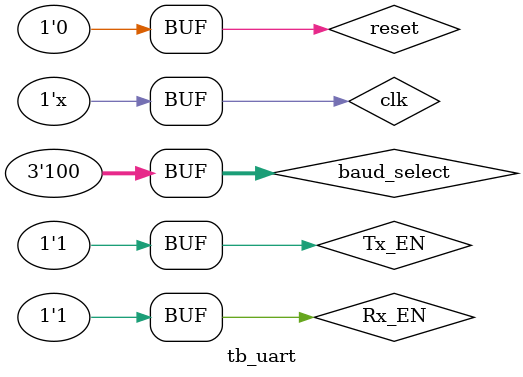
<source format=v>
`timescale 1ns / 10ps

/* Axelou Olympia
 * oaxelou@uth.gr
 * 2161
 *
 * ce430
 * Project2: UART
 *
 * Part D: UART receiver
 *
 *
 * testbench : tests 3 cases: first one : 'AA' with parity bit: 0
 *                            second one: '55' with parity bit: 0
 *                            third one : 'CC' with parity bit: 0
 *                            fourth one: '89' with parity bit: 1
 * Treskto auto 6000ns 
 */

module tb_uart;

wire Tx_BUSY, Tx_WR, TxD;
wire [7:0] Rx_DATA;
wire Rx_FERROR, Rx_PERROR, Rx_VALID;

reg reset, clk;
reg [2:0] baud_select;
reg Tx_EN, Rx_EN;

initial begin 
  clk = 1'b1;

  baud_select = 3'b111;
  
  #190 reset = 1'b1;
  #1000 reset = 1'b0;
  
  Tx_EN = 1'b1;
  Rx_EN = 1'b1;
  
  #1310000 baud_select = 3'b100;
end

always #10 clk = ~clk;

uart uart_INSTANCE(.reset(reset), .clk(clk), .baud_select(baud_select),
                   .Tx_BUSY(Tx_BUSY), .Tx_WR(Tx_WR), .TxD(TxD), .Tx_EN(Tx_EN), 
						 .Rx_EN(Rx_EN), .Rx_DATA(Rx_DATA), .Rx_FERROR(Rx_FERROR), 
						 .Rx_PERROR(Rx_PERROR), .Rx_VALID(Rx_VALID));
endmodule
</source>
